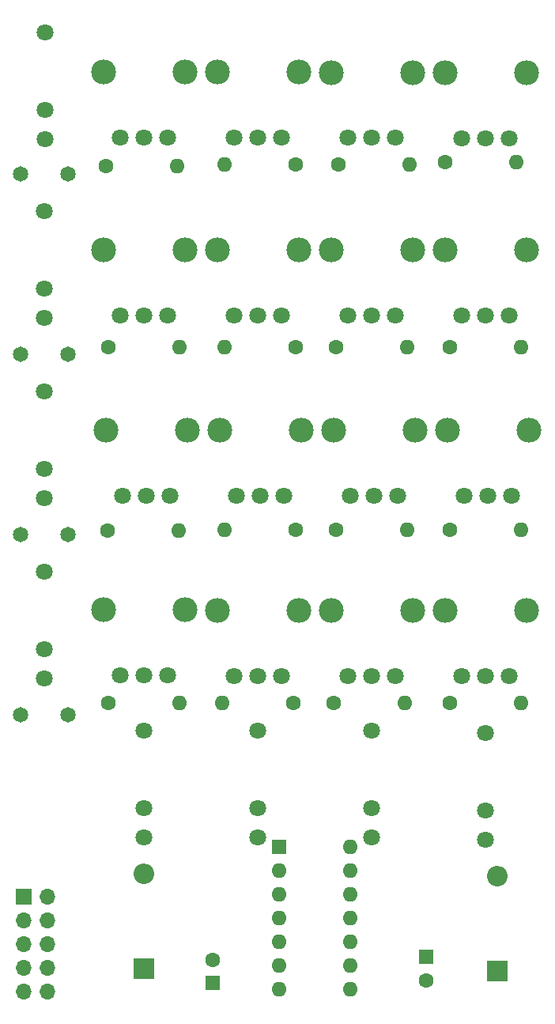
<source format=gts>
G04 #@! TF.GenerationSoftware,KiCad,Pcbnew,(5.1.2-1)-1*
G04 #@! TF.CreationDate,2019-11-10T13:08:31+01:00*
G04 #@! TF.ProjectId,matrix-mixer,6d617472-6978-42d6-9d69-7865722e6b69,rev?*
G04 #@! TF.SameCoordinates,Original*
G04 #@! TF.FileFunction,Soldermask,Top*
G04 #@! TF.FilePolarity,Negative*
%FSLAX46Y46*%
G04 Gerber Fmt 4.6, Leading zero omitted, Abs format (unit mm)*
G04 Created by KiCad (PCBNEW (5.1.2-1)-1) date 2019-11-10 13:08:31*
%MOMM*%
%LPD*%
G04 APERTURE LIST*
%ADD10C,2.667000*%
%ADD11C,1.803400*%
%ADD12O,1.600000X1.600000*%
%ADD13C,1.600000*%
%ADD14C,1.651000*%
%ADD15C,1.800000*%
%ADD16R,1.600000X1.600000*%
%ADD17O,2.200000X2.200000*%
%ADD18R,2.200000X2.200000*%
%ADD19R,1.700000X1.700000*%
%ADD20O,1.700000X1.700000*%
G04 APERTURE END LIST*
D10*
X77038363Y-80519843D03*
X68249963Y-80519843D03*
D11*
X70104163Y-87530243D03*
X72644163Y-87530243D03*
X75184163Y-87530243D03*
X62992163Y-87530243D03*
X60452163Y-87530243D03*
X57912163Y-87530243D03*
D10*
X56057963Y-80519843D03*
X64846363Y-80519843D03*
D11*
X50800163Y-87530243D03*
X48260163Y-87530243D03*
X45720163Y-87530243D03*
D10*
X43865963Y-80519843D03*
X52654363Y-80519843D03*
X40462363Y-80443643D03*
X31673963Y-80443643D03*
D11*
X33528163Y-87454043D03*
X36068163Y-87454043D03*
X38608163Y-87454043D03*
D10*
X77292363Y-61215843D03*
X68503963Y-61215843D03*
D11*
X70358163Y-68226243D03*
X72898163Y-68226243D03*
X75438163Y-68226243D03*
X63246163Y-68226243D03*
X60706163Y-68226243D03*
X58166163Y-68226243D03*
D10*
X56311963Y-61215843D03*
X65100363Y-61215843D03*
D11*
X51054163Y-68226243D03*
X48514163Y-68226243D03*
X45974163Y-68226243D03*
D10*
X44119963Y-61215843D03*
X52908363Y-61215843D03*
X40716363Y-61215843D03*
X31927963Y-61215843D03*
D11*
X33782163Y-68226243D03*
X36322163Y-68226243D03*
X38862163Y-68226243D03*
D10*
X77038363Y-41911843D03*
X68249963Y-41911843D03*
D11*
X70104163Y-48922243D03*
X72644163Y-48922243D03*
X75184163Y-48922243D03*
X62992163Y-48922243D03*
X60452163Y-48922243D03*
X57912163Y-48922243D03*
D10*
X56057963Y-41911843D03*
X64846363Y-41911843D03*
X52654363Y-41911843D03*
X43865963Y-41911843D03*
D11*
X45720163Y-48922243D03*
X48260163Y-48922243D03*
X50800163Y-48922243D03*
X38608163Y-48922243D03*
X36068163Y-48922243D03*
X33528163Y-48922243D03*
D10*
X31673963Y-41911843D03*
X40462363Y-41911843D03*
D11*
X75184163Y-29934814D03*
X72644163Y-29934814D03*
X70104163Y-29934814D03*
D10*
X68249963Y-22924414D03*
X77038363Y-22924414D03*
X64846363Y-22903557D03*
X56057963Y-22903557D03*
D11*
X57912163Y-29913957D03*
X60452163Y-29913957D03*
X62992163Y-29913957D03*
D10*
X52654363Y-22861843D03*
X43865963Y-22861843D03*
D11*
X45720163Y-29872243D03*
X48260163Y-29872243D03*
X50800163Y-29872243D03*
X38608163Y-29872243D03*
X36068163Y-29872243D03*
X33528163Y-29872243D03*
D10*
X31673963Y-22861843D03*
X40462363Y-22861843D03*
D12*
X76454000Y-90424000D03*
D13*
X68834000Y-90424000D03*
X56388000Y-90424000D03*
D12*
X64008000Y-90424000D03*
X44450000Y-90424000D03*
D13*
X52070000Y-90424000D03*
X32258000Y-90424000D03*
D12*
X39878000Y-90424000D03*
X76454000Y-71882000D03*
D13*
X68834000Y-71882000D03*
X56642000Y-71882000D03*
D12*
X64262000Y-71882000D03*
D13*
X52324000Y-71882000D03*
D12*
X44704000Y-71882000D03*
D13*
X32143700Y-71958200D03*
D12*
X39763700Y-71958200D03*
D13*
X68834000Y-52324000D03*
D12*
X76454000Y-52324000D03*
X64262000Y-52324000D03*
D13*
X56642000Y-52324000D03*
X52324000Y-52324000D03*
D12*
X44704000Y-52324000D03*
X39878000Y-52324000D03*
D13*
X32258000Y-52324000D03*
X68326000Y-32512000D03*
D12*
X75946000Y-32512000D03*
X64516000Y-32769026D03*
D13*
X56896000Y-32769026D03*
X52324000Y-32766000D03*
D12*
X44704000Y-32766000D03*
D14*
X22860000Y-91694000D03*
X27940000Y-91694000D03*
X27940000Y-72390000D03*
X22860000Y-72390000D03*
X27940000Y-53086000D03*
X22860000Y-53086000D03*
X22860000Y-33782000D03*
X27940000Y-33782000D03*
D15*
X72644000Y-93632000D03*
X72644000Y-105032000D03*
X72644000Y-101932000D03*
X60452000Y-101678000D03*
X60452000Y-104778000D03*
X60452000Y-93378000D03*
X48260000Y-101678000D03*
X48260000Y-104778000D03*
X48260000Y-93378000D03*
X36068000Y-101678000D03*
X36068000Y-104778000D03*
X36068000Y-93378000D03*
X25400000Y-84660000D03*
X25400000Y-87760000D03*
X25400000Y-76360000D03*
X25400000Y-57056000D03*
X25400000Y-68456000D03*
X25400000Y-65356000D03*
X25400000Y-37752000D03*
X25400000Y-49152000D03*
X25400000Y-46052000D03*
X25474000Y-18640802D03*
X25474000Y-30040802D03*
X25474000Y-26940802D03*
D12*
X58166000Y-105868000D03*
X50546000Y-121108000D03*
X58166000Y-108408000D03*
X50546000Y-118568000D03*
X58166000Y-110948000D03*
X50546000Y-116028000D03*
X58166000Y-113488000D03*
X50546000Y-113488000D03*
X58166000Y-116028000D03*
X50546000Y-110948000D03*
X58166000Y-118568000D03*
X50546000Y-108408000D03*
X58166000Y-121108000D03*
D16*
X50546000Y-105868000D03*
D13*
X66294000Y-120102000D03*
D16*
X66294000Y-117602000D03*
X43434000Y-120396000D03*
D13*
X43434000Y-117896000D03*
D17*
X36068000Y-108712000D03*
D18*
X36068000Y-118872000D03*
D17*
X73914000Y-108966000D03*
D18*
X73914000Y-119126000D03*
D19*
X23190000Y-111170000D03*
D20*
X25730000Y-111170000D03*
X23190000Y-113710000D03*
X25730000Y-113710000D03*
X23190000Y-116250000D03*
X25730000Y-116250000D03*
X23190000Y-118790000D03*
X25730000Y-118790000D03*
X23190000Y-121330000D03*
X25730000Y-121330000D03*
D12*
X39624000Y-32897539D03*
D13*
X32004000Y-32897539D03*
M02*

</source>
